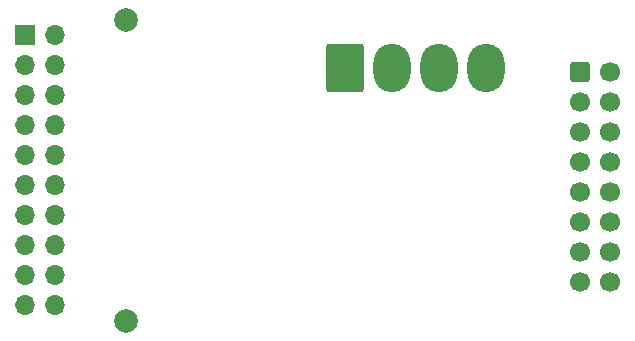
<source format=gbs>
G04 #@! TF.GenerationSoftware,KiCad,Pcbnew,8.0.8-8.0.8-0~ubuntu22.04.1*
G04 #@! TF.CreationDate,2025-01-23T22:17:41+01:00*
G04 #@! TF.ProjectId,glm5va,676c6d35-7661-42e6-9b69-6361645f7063,v1.0*
G04 #@! TF.SameCoordinates,Original*
G04 #@! TF.FileFunction,Soldermask,Bot*
G04 #@! TF.FilePolarity,Negative*
%FSLAX46Y46*%
G04 Gerber Fmt 4.6, Leading zero omitted, Abs format (unit mm)*
G04 Created by KiCad (PCBNEW 8.0.8-8.0.8-0~ubuntu22.04.1) date 2025-01-23 22:17:41*
%MOMM*%
%LPD*%
G01*
G04 APERTURE LIST*
G04 Aperture macros list*
%AMRoundRect*
0 Rectangle with rounded corners*
0 $1 Rounding radius*
0 $2 $3 $4 $5 $6 $7 $8 $9 X,Y pos of 4 corners*
0 Add a 4 corners polygon primitive as box body*
4,1,4,$2,$3,$4,$5,$6,$7,$8,$9,$2,$3,0*
0 Add four circle primitives for the rounded corners*
1,1,$1+$1,$2,$3*
1,1,$1+$1,$4,$5*
1,1,$1+$1,$6,$7*
1,1,$1+$1,$8,$9*
0 Add four rect primitives between the rounded corners*
20,1,$1+$1,$2,$3,$4,$5,0*
20,1,$1+$1,$4,$5,$6,$7,0*
20,1,$1+$1,$6,$7,$8,$9,0*
20,1,$1+$1,$8,$9,$2,$3,0*%
G04 Aperture macros list end*
%ADD10RoundRect,0.250000X-0.600000X-0.600000X0.600000X-0.600000X0.600000X0.600000X-0.600000X0.600000X0*%
%ADD11C,1.700000*%
%ADD12R,1.700000X1.700000*%
%ADD13O,1.700000X1.700000*%
%ADD14C,2.000000*%
%ADD15RoundRect,0.250000X-1.330000X-1.800000X1.330000X-1.800000X1.330000X1.800000X-1.330000X1.800000X0*%
%ADD16O,3.160000X4.100000*%
G04 APERTURE END LIST*
D10*
X166960000Y-76880000D03*
D11*
X169500000Y-76880000D03*
X166960000Y-79420000D03*
X169500000Y-79420000D03*
X166960000Y-81960000D03*
X169500000Y-81960000D03*
X166960000Y-84500000D03*
X169500000Y-84500000D03*
X166960000Y-87040000D03*
X169500000Y-87040000D03*
X166960000Y-89580000D03*
X169500000Y-89580000D03*
X166960000Y-92120000D03*
X169500000Y-92120000D03*
X166960000Y-94660000D03*
X169500000Y-94660000D03*
D12*
X119960000Y-73760000D03*
D13*
X122500000Y-73760000D03*
X119960000Y-76300000D03*
X122500000Y-76300000D03*
X119960000Y-78840000D03*
X122500000Y-78840000D03*
X119960000Y-81380000D03*
X122500000Y-81380000D03*
X119960000Y-83920000D03*
X122500000Y-83920000D03*
X119960000Y-86460000D03*
X122500000Y-86460000D03*
X119960000Y-89000000D03*
X122500000Y-89000000D03*
X119960000Y-91540000D03*
X122500000Y-91540000D03*
X119960000Y-94080000D03*
X122500000Y-94080000D03*
X119960000Y-96620000D03*
X122500000Y-96620000D03*
D14*
X128500000Y-72500000D03*
D15*
X147060000Y-76605000D03*
D16*
X151020000Y-76605000D03*
X154980000Y-76605000D03*
X158940000Y-76605000D03*
D14*
X128500000Y-98000000D03*
M02*

</source>
